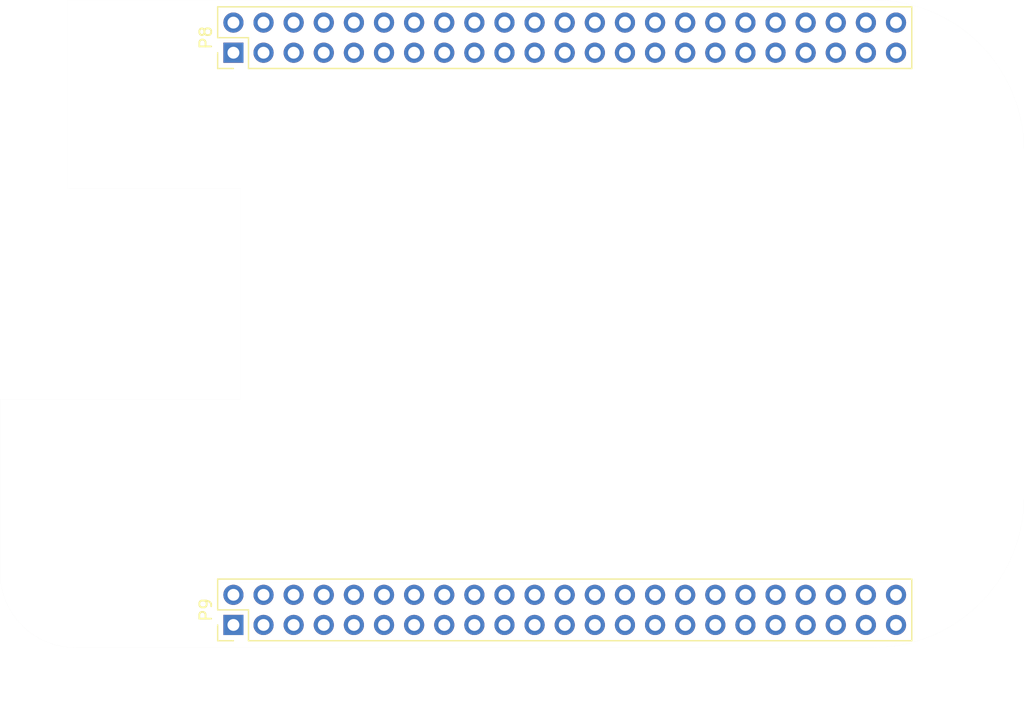
<source format=kicad_pcb>
(kicad_pcb (version 20240108) (generator "pcbnew") (generator_version "8.0")
  (layers (0 "F.Cu" signal) (31 "B.Cu" signal) (34 "B.Paste" user) (35 "F.Paste" user) (36 "B.SilkS" user "B.Silkscreen") (37 "F.SilkS" user "F.Silkscreen") (38 "B.Mask" user) (39 "F.Mask" user) (44 "Edge.Cuts" user))
  (net 0 "")
  (net 1 "/SPI1.D0")
  (net 2 "/MMC1.DAT6")
  (net 3 "/MMC1.DAT7")
  (net 4 "/MMC1.DAT2")
  (net 5 "/MMC1.DAT3")
  (net 6 "/GPIO66")
  (net 7 "/GPIO67")
  (net 8 "/GPIO69")
  (net 9 "/GPIO68")
  (net 10 "/GPIO45")
  (net 11 "/GPIO44")
  (net 12 "/GPIO23")
  (net 13 "/GPIO26")
  (net 14 "/GPIO47")
  (net 15 "/GPIO46")
  (net 16 "/GPIO27")
  (net 17 "/LCD.AC_BIAS_E")
  (net 18 "/LCD.HSYNC")
  (net 19 "/GPIO65")
  (net 20 "/LCD.VSYNC")
  (net 21 "/LCD.PCLK")
  (net 22 "/GPIO22")
  (net 23 "/MMC1.DAT5")
  (net 24 "/MMC1.DAT4")
  (net 25 "/MMC1.DAT1")
  (net 26 "/MMC1.CLK")
  (net 27 "/MMC1.CMD")
  (net 28 "/MMC1.DAT0")
  (net 29 "/GPIO61")
  (net 30 "/LCD.DATA14")
  (net 31 "/LCD.DATA15")
  (net 32 "/LCD.DATA13")
  (net 33 "/LCD.DATA11")
  (net 34 "/LCD.DATA8")
  (net 35 "/LCD.DATA10")
  (net 36 "/LCD.DATA6")
  (net 37 "/LCD.DATA9")
  (net 38 "/LCD.DATA4")
  (net 39 "/LCD.DATA7")
  (net 40 "/LCD.DATA2")
  (net 41 "/LCD.DATA5")
  (net 42 "/LCD.DATA0")
  (net 43 "/LCD.DATA3")
  (net 44 "/LCD.DATA1")
  (net 45 "/GPIO30")
  (net 46 "/GPIO60")
  (net 47 "/GPIO31")
  (net 48 "/I2C2.SDA")
  (net 49 "/I2C2.SCL")
  (net 50 "GNDD")
  (net 51 "+3V3")
  (net 52 "+5V")
  (net 53 "/GPIO40")
  (net 54 "/GPIO48")
  (net 55 "/AIN1")
  (net 56 "/AIN0")
  (net 57 "/AIN3")
  (net 58 "/AIN2")
  (net 59 "/AIN5")
  (net 60 "/AIN6")
  (net 61 "GNDA")
  (net 62 "/AIN4")
  (net 63 "+1V8")
  (net 64 "/GPIO51")
  (net 65 "/GPIO4")
  (net 66 "/GPIO5")
  (net 67 "/GPIO3")
  (net 68 "/GPIO2")
  (net 69 "/GPIO49")
  (net 70 "/GPIO15")
  (net 71 "/GPIO117")
  (net 72 "/GPIO14")
  (net 73 "/GPIO125")
  (net 74 "/GPIO122")
  (net 75 "/GPIO20")
  (net 76 "/GPIO7")
  (net 77 "/~{SYS_RESET}")
  (net 78 "/PWR_BUT")
  (net 79 "VBUS")
  (net 80 "/SPI1.SCLK")
  (net 81 "/SPI1.CS0")
  (net 82 "/LCD.DATA12")
  (footprint "Connector_PinHeader_2.54mm:PinHeader_2x23_P2.54mm_Vertical" (layer "F.Cu") (at 119.685 49.835 90)
    (property "Reference" "P8" (at 1.27 -2.33 -90) (layer "F.SilkS"))
    (property "Value" "BeagleBone_Black_Header" (hide yes))
    (fp_line (start 3.87 -1.33) (end 3.87 57.21) (stroke (width 0.12)) (layer "F.SilkS"))
    (fp_line (start 1.27 -1.33) (end 3.87 -1.33) (stroke (width 0.12)) (layer "F.SilkS"))
    (fp_line (start -1.33 -1.33) (end 0 -1.33) (stroke (width 0.12)) (layer "F.SilkS"))
    (fp_line (start -1.33 0) (end -1.33 -1.33) (stroke (width 0.12)) (layer "F.SilkS"))
    (fp_line (start 1.27 1.27) (end 1.27 -1.33) (stroke (width 0.12)) (layer "F.SilkS"))
    (fp_line (start -1.33 1.27) (end 1.27 1.27) (stroke (width 0.12)) (layer "F.SilkS"))
    (fp_line (start -1.33 1.27) (end -1.33 57.21) (stroke (width 0.12)) (layer "F.SilkS"))
    (fp_line (start -1.33 57.21) (end 3.87 57.21) (stroke (width 0.12)) (layer "F.SilkS"))
    (pad "1" thru_hole rect (at 0 0 90) (size 1.7 1.7) (drill 1) (layers "*.Cu" "*.Mask") (net 50 "GNDD"))
    (pad "2" thru_hole oval (at 2.54 0 90) (size 1.7 1.7) (drill 1) (layers "*.Cu" "*.Mask") (net 50 "GNDD"))
    (pad "3" thru_hole oval (at 0 2.54 90) (size 1.7 1.7) (drill 1) (layers "*.Cu" "*.Mask") (net 2 "/MMC1.DAT6"))
    (pad "4" thru_hole oval (at 2.54 2.54 90) (size 1.7 1.7) (drill 1) (layers "*.Cu" "*.Mask") (net 3 "/MMC1.DAT7"))
    (pad "5" thru_hole oval (at 0 5.08 90) (size 1.7 1.7) (drill 1) (layers "*.Cu" "*.Mask") (net 4 "/MMC1.DAT2"))
    (pad "6" thru_hole oval (at 2.54 5.08 90) (size 1.7 1.7) (drill 1) (layers "*.Cu" "*.Mask") (net 5 "/MMC1.DAT3"))
    (pad "7" thru_hole oval (at 0 7.62 90) (size 1.7 1.7) (drill 1) (layers "*.Cu" "*.Mask") (net 6 "/GPIO66"))
    (pad "8" thru_hole oval (at 2.54 7.62 90) (size 1.7 1.7) (drill 1) (layers "*.Cu" "*.Mask") (net 7 "/GPIO67"))
    (pad "9" thru_hole oval (at 0 10.16 90) (size 1.7 1.7) (drill 1) (layers "*.Cu" "*.Mask") (net 8 "/GPIO69"))
    (pad "10" thru_hole oval (at 2.54 10.16 90) (size 1.7 1.7) (drill 1) (layers "*.Cu" "*.Mask") (net 9 "/GPIO68"))
    (pad "11" thru_hole oval (at 0 12.7 90) (size 1.7 1.7) (drill 1) (layers "*.Cu" "*.Mask") (net 10 "/GPIO45"))
    (pad "12" thru_hole oval (at 2.54 12.7 90) (size 1.7 1.7) (drill 1) (layers "*.Cu" "*.Mask") (net 11 "/GPIO44"))
    (pad "13" thru_hole oval (at 0 15.24 90) (size 1.7 1.7) (drill 1) (layers "*.Cu" "*.Mask") (net 12 "/GPIO23"))
    (pad "14" thru_hole oval (at 2.54 15.24 90) (size 1.7 1.7) (drill 1) (layers "*.Cu" "*.Mask") (net 13 "/GPIO26"))
    (pad "15" thru_hole oval (at 0 17.78 90) (size 1.7 1.7) (drill 1) (layers "*.Cu" "*.Mask") (net 14 "/GPIO47"))
    (pad "16" thru_hole oval (at 2.54 17.78 90) (size 1.7 1.7) (drill 1) (layers "*.Cu" "*.Mask") (net 15 "/GPIO46"))
    (pad "17" thru_hole oval (at 0 20.32 90) (size 1.7 1.7) (drill 1) (layers "*.Cu" "*.Mask") (net 16 "/GPIO27"))
    (pad "18" thru_hole oval (at 2.54 20.32 90) (size 1.7 1.7) (drill 1) (layers "*.Cu" "*.Mask") (net 19 "/GPIO65"))
    (pad "19" thru_hole oval (at 0 22.86 90) (size 1.7 1.7) (drill 1) (layers "*.Cu" "*.Mask") (net 22 "/GPIO22"))
    (pad "20" thru_hole oval (at 2.54 22.86 90) (size 1.7 1.7) (drill 1) (layers "*.Cu" "*.Mask") (net 27 "/MMC1.CMD"))
    (pad "21" thru_hole oval (at 0 25.4 90) (size 1.7 1.7) (drill 1) (layers "*.Cu" "*.Mask") (net 26 "/MMC1.CLK"))
    (pad "22" thru_hole oval (at 2.54 25.4 90) (size 1.7 1.7) (drill 1) (layers "*.Cu" "*.Mask") (net 23 "/MMC1.DAT5"))
    (pad "23" thru_hole oval (at 0 27.94 90) (size 1.7 1.7) (drill 1) (layers "*.Cu" "*.Mask") (net 24 "/MMC1.DAT4"))
    (pad "24" thru_hole oval (at 2.54 27.94 90) (size 1.7 1.7) (drill 1) (layers "*.Cu" "*.Mask") (net 25 "/MMC1.DAT1"))
    (pad "25" thru_hole oval (at 0 30.48 90) (size 1.7 1.7) (drill 1) (layers "*.Cu" "*.Mask") (net 28 "/MMC1.DAT0"))
    (pad "26" thru_hole oval (at 2.54 30.48 90) (size 1.7 1.7) (drill 1) (layers "*.Cu" "*.Mask") (net 29 "/GPIO61"))
    (pad "27" thru_hole oval (at 0 33.02 90) (size 1.7 1.7) (drill 1) (layers "*.Cu" "*.Mask") (net 20 "/LCD.VSYNC"))
    (pad "28" thru_hole oval (at 2.54 33.02 90) (size 1.7 1.7) (drill 1) (layers "*.Cu" "*.Mask") (net 21 "/LCD.PCLK"))
    (pad "29" thru_hole oval (at 0 35.56 90) (size 1.7 1.7) (drill 1) (layers "*.Cu" "*.Mask") (net 18 "/LCD.HSYNC"))
    (pad "30" thru_hole oval (at 2.54 35.56 90) (size 1.7 1.7) (drill 1) (layers "*.Cu" "*.Mask") (net 17 "/LCD.AC_BIAS_E"))
    (pad "31" thru_hole oval (at 0 38.1 90) (size 1.7 1.7) (drill 1) (layers "*.Cu" "*.Mask") (net 30 "/LCD.DATA14"))
    (pad "32" thru_hole oval (at 2.54 38.1 90) (size 1.7 1.7) (drill 1) (layers "*.Cu" "*.Mask") (net 31 "/LCD.DATA15"))
    (pad "33" thru_hole oval (at 0 40.64 90) (size 1.7 1.7) (drill 1) (layers "*.Cu" "*.Mask") (net 32 "/LCD.DATA13"))
    (pad "34" thru_hole oval (at 2.54 40.64 90) (size 1.7 1.7) (drill 1) (layers "*.Cu" "*.Mask") (net 33 "/LCD.DATA11"))
    (pad "35" thru_hole oval (at 0 43.18 90) (size 1.7 1.7) (drill 1) (layers "*.Cu" "*.Mask") (net 82 "/LCD.DATA12"))
    (pad "36" thru_hole oval (at 2.54 43.18 90) (size 1.7 1.7) (drill 1) (layers "*.Cu" "*.Mask") (net 35 "/LCD.DATA10"))
    (pad "37" thru_hole oval (at 0 45.72 90) (size 1.7 1.7) (drill 1) (layers "*.Cu" "*.Mask") (net 34 "/LCD.DATA8"))
    (pad "38" thru_hole oval (at 2.54 45.72 90) (size 1.7 1.7) (drill 1) (layers "*.Cu" "*.Mask") (net 37 "/LCD.DATA9"))
    (pad "39" thru_hole oval (at 0 48.26 90) (size 1.7 1.7) (drill 1) (layers "*.Cu" "*.Mask") (net 36 "/LCD.DATA6"))
    (pad "40" thru_hole oval (at 2.54 48.26 90) (size 1.7 1.7) (drill 1) (layers "*.Cu" "*.Mask") (net 39 "/LCD.DATA7"))
    (pad "41" thru_hole oval (at 0 50.8 90) (size 1.7 1.7) (drill 1) (layers "*.Cu" "*.Mask") (net 38 "/LCD.DATA4"))
    (pad "42" thru_hole oval (at 2.54 50.8 90) (size 1.7 1.7) (drill 1) (layers "*.Cu" "*.Mask") (net 41 "/LCD.DATA5"))
    (pad "43" thru_hole oval (at 0 53.34 90) (size 1.7 1.7) (drill 1) (layers "*.Cu" "*.Mask") (net 40 "/LCD.DATA2"))
    (pad "44" thru_hole oval (at 2.54 53.34 90) (size 1.7 1.7) (drill 1) (layers "*.Cu" "*.Mask") (net 43 "/LCD.DATA3"))
    (pad "45" thru_hole oval (at 0 55.88 90) (size 1.7 1.7) (drill 1) (layers "*.Cu" "*.Mask") (net 42 "/LCD.DATA0"))
    (pad "46" thru_hole oval (at 2.54 55.88 90) (size 1.7 1.7) (drill 1) (layers "*.Cu" "*.Mask") (net 44 "/LCD.DATA1"))
  )
  (footprint "Connector_PinHeader_2.54mm:PinHeader_2x23_P2.54mm_Vertical" (layer "F.Cu") (at 119.685 98.095 90)
    (property "Reference" "P9" (at 1.27 -2.33 -90) (layer "F.SilkS"))
    (property "Value" "BeagleBone_Black_Header" (hide yes))
    (fp_line (start 3.87 -1.33) (end 3.87 57.21) (stroke (width 0.12)) (layer "F.SilkS"))
    (fp_line (start 1.27 -1.33) (end 3.87 -1.33) (stroke (width 0.12)) (layer "F.SilkS"))
    (fp_line (start -1.33 -1.33) (end 0 -1.33) (stroke (width 0.12)) (layer "F.SilkS"))
    (fp_line (start -1.33 0) (end -1.33 -1.33) (stroke (width 0.12)) (layer "F.SilkS"))
    (fp_line (start 1.27 1.27) (end 1.27 -1.33) (stroke (width 0.12)) (layer "F.SilkS"))
    (fp_line (start -1.33 1.27) (end 1.27 1.27) (stroke (width 0.12)) (layer "F.SilkS"))
    (fp_line (start -1.33 1.27) (end -1.33 57.21) (stroke (width 0.12)) (layer "F.SilkS"))
    (fp_line (start -1.33 57.21) (end 3.87 57.21) (stroke (width 0.12)) (layer "F.SilkS"))
    (pad "1" thru_hole rect (at 0 0 90) (size 1.7 1.7) (drill 1) (layers "*.Cu" "*.Mask") (net 50 "GNDD"))
    (pad "2" thru_hole oval (at 2.54 0 90) (size 1.7 1.7) (drill 1) (layers "*.Cu" "*.Mask") (net 50 "GNDD"))
    (pad "3" thru_hole oval (at 0 2.54 90) (size 1.7 1.7) (drill 1) (layers "*.Cu" "*.Mask") (net 51 "+3V3"))
    (pad "4" thru_hole oval (at 2.54 2.54 90) (size 1.7 1.7) (drill 1) (layers "*.Cu" "*.Mask") (net 51 "+3V3"))
    (pad "5" thru_hole oval (at 0 5.08 90) (size 1.7 1.7) (drill 1) (layers "*.Cu" "*.Mask") (net 52 "+5V"))
    (pad "6" thru_hole oval (at 2.54 5.08 90) (size 1.7 1.7) (drill 1) (layers "*.Cu" "*.Mask") (net 52 "+5V"))
    (pad "7" thru_hole oval (at 0 7.62 90) (size 1.7 1.7) (drill 1) (layers "*.Cu" "*.Mask") (net 79 "VBUS"))
    (pad "8" thru_hole oval (at 2.54 7.62 90) (size 1.7 1.7) (drill 1) (layers "*.Cu" "*.Mask") (net 79 "VBUS"))
    (pad "9" thru_hole oval (at 0 10.16 90) (size 1.7 1.7) (drill 1) (layers "*.Cu" "*.Mask") (net 78 "/PWR_BUT"))
    (pad "10" thru_hole oval (at 2.54 10.16 90) (size 1.7 1.7) (drill 1) (layers "*.Cu" "*.Mask") (net 77 "/~{SYS_RESET}"))
    (pad "11" thru_hole oval (at 0 12.7 90) (size 1.7 1.7) (drill 1) (layers "*.Cu" "*.Mask") (net 45 "/GPIO30"))
    (pad "12" thru_hole oval (at 2.54 12.7 90) (size 1.7 1.7) (drill 1) (layers "*.Cu" "*.Mask") (net 46 "/GPIO60"))
    (pad "13" thru_hole oval (at 0 15.24 90) (size 1.7 1.7) (drill 1) (layers "*.Cu" "*.Mask") (net 47 "/GPIO31"))
    (pad "14" thru_hole oval (at 2.54 15.24 90) (size 1.7 1.7) (drill 1) (layers "*.Cu" "*.Mask") (net 53 "/GPIO40"))
    (pad "15" thru_hole oval (at 0 17.78 90) (size 1.7 1.7) (drill 1) (layers "*.Cu" "*.Mask") (net 54 "/GPIO48"))
    (pad "16" thru_hole oval (at 2.54 17.78 90) (size 1.7 1.7) (drill 1) (layers "*.Cu" "*.Mask") (net 64 "/GPIO51"))
    (pad "17" thru_hole oval (at 0 20.32 90) (size 1.7 1.7) (drill 1) (layers "*.Cu" "*.Mask") (net 65 "/GPIO4"))
    (pad "18" thru_hole oval (at 2.54 20.32 90) (size 1.7 1.7) (drill 1) (layers "*.Cu" "*.Mask") (net 66 "/GPIO5"))
    (pad "19" thru_hole oval (at 0 22.86 90) (size 1.7 1.7) (drill 1) (layers "*.Cu" "*.Mask") (net 49 "/I2C2.SCL"))
    (pad "20" thru_hole oval (at 2.54 22.86 90) (size 1.7 1.7) (drill 1) (layers "*.Cu" "*.Mask") (net 48 "/I2C2.SDA"))
    (pad "21" thru_hole oval (at 0 25.4 90) (size 1.7 1.7) (drill 1) (layers "*.Cu" "*.Mask") (net 67 "/GPIO3"))
    (pad "22" thru_hole oval (at 2.54 25.4 90) (size 1.7 1.7) (drill 1) (layers "*.Cu" "*.Mask") (net 68 "/GPIO2"))
    (pad "23" thru_hole oval (at 0 27.94 90) (size 1.7 1.7) (drill 1) (layers "*.Cu" "*.Mask") (net 69 "/GPIO49"))
    (pad "24" thru_hole oval (at 2.54 27.94 90) (size 1.7 1.7) (drill 1) (layers "*.Cu" "*.Mask") (net 70 "/GPIO15"))
    (pad "25" thru_hole oval (at 0 30.48 90) (size 1.7 1.7) (drill 1) (layers "*.Cu" "*.Mask") (net 71 "/GPIO117"))
    (pad "26" thru_hole oval (at 2.54 30.48 90) (size 1.7 1.7) (drill 1) (layers "*.Cu" "*.Mask") (net 72 "/GPIO14"))
    (pad "27" thru_hole oval (at 0 33.02 90) (size 1.7 1.7) (drill 1) (layers "*.Cu" "*.Mask") (net 73 "/GPIO125"))
    (pad "28" thru_hole oval (at 2.54 33.02 90) (size 1.7 1.7) (drill 1) (layers "*.Cu" "*.Mask") (net 81 "/SPI1.CS0"))
    (pad "29" thru_hole oval (at 0 35.56 90) (size 1.7 1.7) (drill 1) (layers "*.Cu" "*.Mask") (net 1 "/SPI1.D0"))
    (pad "30" thru_hole oval (at 2.54 35.56 90) (size 1.7 1.7) (drill 1) (layers "*.Cu" "*.Mask") (net 74 "/GPIO122"))
    (pad "31" thru_hole oval (at 0 38.1 90) (size 1.7 1.7) (drill 1) (layers "*.Cu" "*.Mask") (net 80 "/SPI1.SCLK"))
    (pad "32" thru_hole oval (at 2.54 38.1 90) (size 1.7 1.7) (drill 1) (layers "*.Cu" "*.Mask") (net 63 "+1V8"))
    (pad "33" thru_hole oval (at 0 40.64 90) (size 1.7 1.7) (drill 1) (layers "*.Cu" "*.Mask") (net 62 "/AIN4"))
    (pad "34" thru_hole oval (at 2.54 40.64 90) (size 1.7 1.7) (drill 1) (layers "*.Cu" "*.Mask") (net 61 "GNDA"))
    (pad "35" thru_hole oval (at 0 43.18 90) (size 1.7 1.7) (drill 1) (layers "*.Cu" "*.Mask") (net 60 "/AIN6"))
    (pad "36" thru_hole oval (at 2.54 43.18 90) (size 1.7 1.7) (drill 1) (layers "*.Cu" "*.Mask") (net 59 "/AIN5"))
    (pad "37" thru_hole oval (at 0 45.72 90) (size 1.7 1.7) (drill 1) (layers "*.Cu" "*.Mask") (net 58 "/AIN2"))
    (pad "38" thru_hole oval (at 2.54 45.72 90) (size 1.7 1.7) (drill 1) (layers "*.Cu" "*.Mask") (net 57 "/AIN3"))
    (pad "39" thru_hole oval (at 0 48.26 90) (size 1.7 1.7) (drill 1) (layers "*.Cu" "*.Mask") (net 56 "/AIN0"))
    (pad "40" thru_hole oval (at 2.54 48.26 90) (size 1.7 1.7) (drill 1) (layers "*.Cu" "*.Mask") (net 55 "/AIN1"))
    (pad "41" thru_hole oval (at 0 50.8 90) (size 1.7 1.7) (drill 1) (layers "*.Cu" "*.Mask") (net 75 "/GPIO20"))
    (pad "42" thru_hole oval (at 2.54 50.8 90) (size 1.7 1.7) (drill 1) (layers "*.Cu" "*.Mask") (net 76 "/GPIO7"))
    (pad "43" thru_hole oval (at 0 53.34 90) (size 1.7 1.7) (drill 1) (layers "*.Cu" "*.Mask") (net 50 "GNDD"))
    (pad "44" thru_hole oval (at 2.54 53.34 90) (size 1.7 1.7) (drill 1) (layers "*.Cu" "*.Mask") (net 50 "GNDD"))
    (pad "45" thru_hole oval (at 0 55.88 90) (size 1.7 1.7) (drill 1) (layers "*.Cu" "*.Mask") (net 50 "GNDD"))
    (pad "46" thru_hole oval (at 2.54 55.88 90) (size 1.7 1.7) (drill 1) (layers "*.Cu" "*.Mask") (net 50 "GNDD"))
  )
  (footprint "MountingHole:MountingHole_3.2mm_M3_DIN965" (layer "F.Cu") (at 180.645 51.74)
    (property "Reference" "MH3" (hide yes))
    (property "Value" "MountingHole_3.2mm_M3_DIN965" (hide yes))
    (pad "" np_thru_hole circle (at 0 0) (size 3.2 3.2) (drill 3.2) (layers "*.Cu" "*.Mask"))
  )
  (footprint "MountingHole:MountingHole_3.2mm_M3_DIN965" (layer "F.Cu") (at 180.645 93.65)
    (property "Reference" "MH4" (hide yes))
    (property "Value" "MountingHole_3.2mm_M3_DIN965" (hide yes))
    (pad "" np_thru_hole circle (at 0 0) (size 3.2 3.2) (drill 3.2) (layers "*.Cu" "*.Mask"))
  )
  (footprint "MountingHole:MountingHole_3.2mm_M3_DIN965" (layer "F.Cu") (at 114.605 48.565)
    (property "Reference" "MH1" (hide yes))
    (property "Value" "MountingHole_3.2mm_M3_DIN965" (hide yes))
    (pad "" np_thru_hole circle (at 0 0) (size 3.2 3.2) (drill 3.2) (layers "*.Cu" "*.Mask"))
  )
  (footprint "MountingHole:MountingHole_3.2mm_M3_DIN965" (layer "F.Cu") (at 114.605 96.825)
    (property "Reference" "MH2" (hide yes))
    (property "Value" "MountingHole_3.2mm_M3_DIN965" (hide yes))
    (pad "" np_thru_hole circle (at 0 0) (size 3.2 3.2) (drill 3.2) (layers "*.Cu" "*.Mask"))
  )
  (gr_arc (start 106.35 100) (mid 101.859872 98.140128) (end 100 93.65) (stroke (width 0.00254)) (layer "Edge.Cuts"))
  (gr_line (start 186.36 87.3) (end 186.36 58.09) (stroke (width 0.00254)) (layer "Edge.Cuts"))
  (gr_line (start 106.35 100) (end 173.66 100) (stroke (width 0.00254)) (layer "Edge.Cuts"))
  (gr_line (start 120.32 79.045) (end 100 79.045) (stroke (width 0.00254)) (layer "Edge.Cuts"))
  (gr_line (start 105.715 45.39) (end 105.715 61.265) (stroke (width 0.00254)) (layer "Edge.Cuts"))
  (gr_line (start 100 79.045) (end 100 93.65) (stroke (width 0.00254)) (layer "Edge.Cuts"))
  (gr_line (start 173.66 45.39) (end 105.715 45.39) (stroke (width 0.00254)) (layer "Edge.Cuts"))
  (gr_arc (start 186.36 87.3) (mid 182.640256 96.280256) (end 173.66 100) (stroke (width 0.00254)) (layer "Edge.Cuts"))
  (gr_arc (start 173.66 45.39) (mid 182.640256 49.109744) (end 186.36 58.09) (stroke (width 0.00254)) (layer "Edge.Cuts"))
  (gr_line (start 120.32 61.265) (end 120.32 79.045) (stroke (width 0.00254)) (layer "Edge.Cuts"))
  (gr_line (start 105.715 61.265) (end 120.32 61.265) (stroke (width 0.00254)) (layer "Edge.Cuts"))
)
</source>
